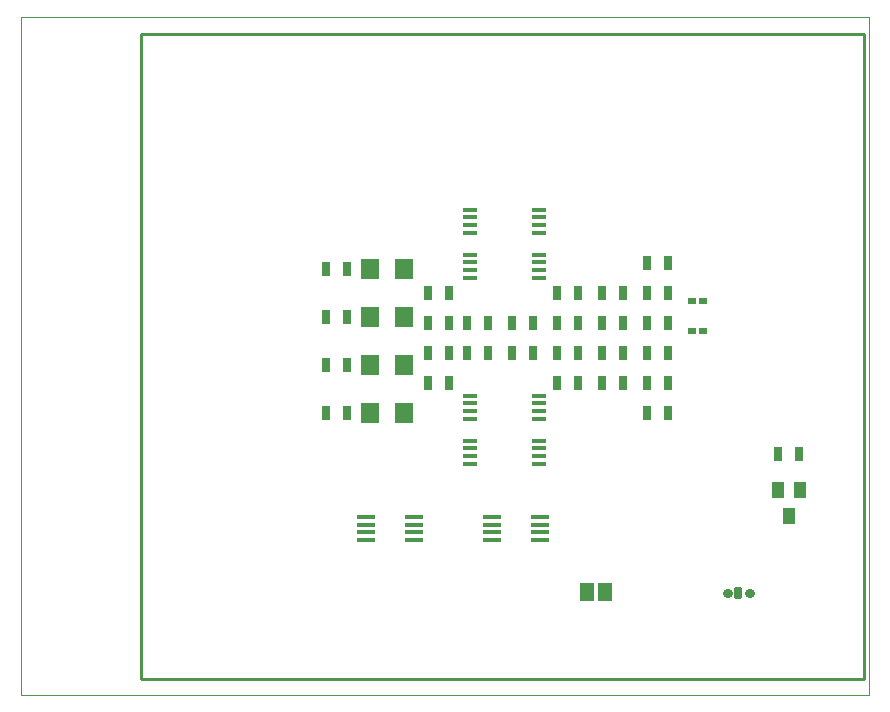
<source format=gtp>
G75*
%MOIN*%
%OFA0B0*%
%FSLAX25Y25*%
%IPPOS*%
%LPD*%
%AMOC8*
5,1,8,0,0,1.08239X$1,22.5*
%
%ADD10C,0.00000*%
%ADD11C,0.01000*%
%ADD12R,0.03150X0.04724*%
%ADD13R,0.04724X0.01378*%
%ADD14R,0.03937X0.05512*%
%ADD15C,0.03150*%
%ADD16C,0.01181*%
%ADD17R,0.02559X0.02165*%
%ADD18R,0.04600X0.06300*%
%ADD19R,0.05906X0.01772*%
%ADD20R,0.06299X0.07098*%
D10*
X0001000Y0003300D02*
X0001000Y0229261D01*
X0283701Y0229261D01*
X0283701Y0003300D01*
X0001000Y0003300D01*
D11*
X0041000Y0008800D02*
X0041000Y0223800D01*
X0282000Y0223800D01*
X0282000Y0008800D01*
X0041000Y0008800D01*
D12*
X0102457Y0097300D03*
X0109543Y0097300D03*
X0109543Y0113300D03*
X0102457Y0113300D03*
X0102457Y0129300D03*
X0109543Y0129300D03*
X0109543Y0145300D03*
X0102457Y0145300D03*
X0136457Y0137300D03*
X0143543Y0137300D03*
X0143543Y0127300D03*
X0149457Y0127300D03*
X0156543Y0127300D03*
X0164457Y0127300D03*
X0171543Y0127300D03*
X0179457Y0127300D03*
X0186543Y0127300D03*
X0194457Y0127300D03*
X0201543Y0127300D03*
X0209457Y0127300D03*
X0216543Y0127300D03*
X0216543Y0137300D03*
X0209457Y0137300D03*
X0201543Y0137300D03*
X0194457Y0137300D03*
X0186543Y0137300D03*
X0179457Y0137300D03*
X0179457Y0117300D03*
X0186543Y0117300D03*
X0194457Y0117300D03*
X0201543Y0117300D03*
X0209457Y0117300D03*
X0216543Y0117300D03*
X0216543Y0107300D03*
X0209457Y0107300D03*
X0201543Y0107300D03*
X0194457Y0107300D03*
X0186543Y0107300D03*
X0179457Y0107300D03*
X0171543Y0117300D03*
X0164457Y0117300D03*
X0156543Y0117300D03*
X0149457Y0117300D03*
X0143543Y0117300D03*
X0136457Y0117300D03*
X0136457Y0107300D03*
X0143543Y0107300D03*
X0136457Y0127300D03*
X0209457Y0147300D03*
X0216543Y0147300D03*
X0216543Y0097300D03*
X0209457Y0097300D03*
X0253207Y0083800D03*
X0260293Y0083800D03*
D13*
X0173516Y0083020D03*
X0173516Y0085580D03*
X0173516Y0088139D03*
X0173516Y0095461D03*
X0173516Y0098020D03*
X0173516Y0100580D03*
X0173516Y0103139D03*
X0150484Y0103139D03*
X0150484Y0100580D03*
X0150484Y0098020D03*
X0150484Y0095461D03*
X0150484Y0088139D03*
X0150484Y0085580D03*
X0150484Y0083020D03*
X0150484Y0080461D03*
X0173516Y0080461D03*
X0173516Y0142461D03*
X0173516Y0145020D03*
X0173516Y0147580D03*
X0173516Y0150139D03*
X0173516Y0157461D03*
X0173516Y0160020D03*
X0173516Y0162580D03*
X0173516Y0165139D03*
X0150484Y0165139D03*
X0150484Y0162580D03*
X0150484Y0160020D03*
X0150484Y0157461D03*
X0150484Y0150139D03*
X0150484Y0147580D03*
X0150484Y0145020D03*
X0150484Y0142461D03*
D14*
X0253260Y0071631D03*
X0260740Y0071631D03*
X0257000Y0062969D03*
D15*
X0243889Y0037300D02*
X0243497Y0037300D01*
X0236503Y0037300D02*
X0236111Y0037300D01*
D16*
X0240591Y0038678D02*
X0240591Y0035922D01*
X0239409Y0035922D01*
X0239409Y0038678D01*
X0240591Y0038678D01*
X0240591Y0037102D02*
X0239409Y0037102D01*
X0239409Y0038282D02*
X0240591Y0038282D01*
D17*
X0228394Y0124800D03*
X0224654Y0124800D03*
X0224654Y0134800D03*
X0228394Y0134800D03*
D18*
X0195500Y0037800D03*
X0189500Y0037800D03*
D19*
X0174071Y0054961D03*
X0174071Y0057520D03*
X0174071Y0060080D03*
X0174071Y0062639D03*
X0157929Y0062639D03*
X0157929Y0060080D03*
X0157929Y0057520D03*
X0157929Y0054961D03*
X0132071Y0054961D03*
X0132071Y0057520D03*
X0132071Y0060080D03*
X0132071Y0062639D03*
X0115929Y0062639D03*
X0115929Y0060080D03*
X0115929Y0057520D03*
X0115929Y0054961D03*
D20*
X0117402Y0097300D03*
X0128598Y0097300D03*
X0128598Y0113300D03*
X0117402Y0113300D03*
X0117402Y0129300D03*
X0128598Y0129300D03*
X0128598Y0145300D03*
X0117402Y0145300D03*
M02*

</source>
